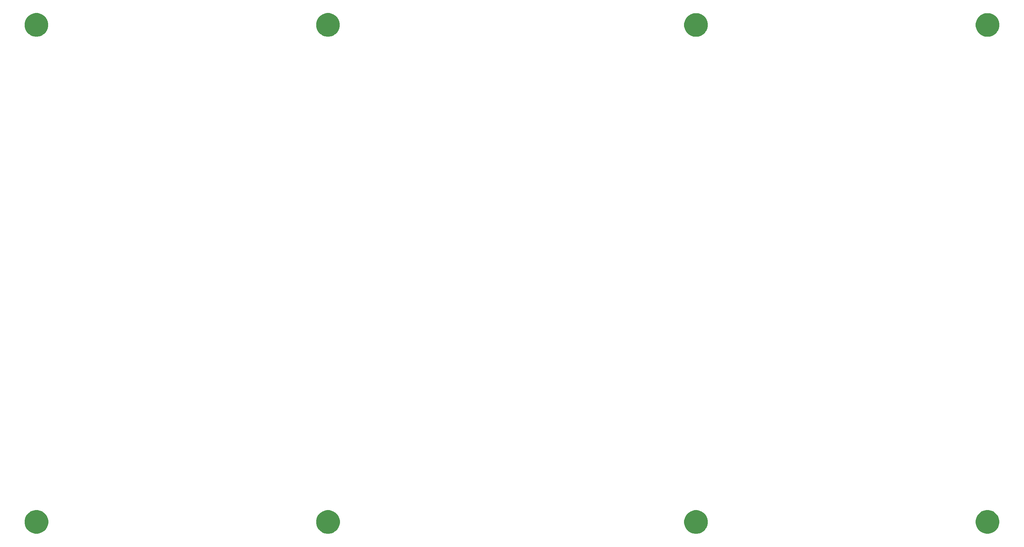
<source format=gbr>
G04 #@! TF.GenerationSoftware,KiCad,Pcbnew,5.1.6*
G04 #@! TF.CreationDate,2020-06-17T15:15:38+02:00*
G04 #@! TF.ProjectId,punk75_plate,70756e6b-3735-45f7-906c-6174652e6b69,rev?*
G04 #@! TF.SameCoordinates,Original*
G04 #@! TF.FileFunction,Soldermask,Bot*
G04 #@! TF.FilePolarity,Negative*
%FSLAX46Y46*%
G04 Gerber Fmt 4.6, Leading zero omitted, Abs format (unit mm)*
G04 Created by KiCad (PCBNEW 5.1.6) date 2020-06-17 15:15:38*
%MOMM*%
%LPD*%
G01*
G04 APERTURE LIST*
%ADD10C,0.100000*%
G04 APERTURE END LIST*
D10*
G36*
X273384239Y-232941467D02*
G01*
X273698282Y-233003934D01*
X274289926Y-233249001D01*
X274716477Y-233534014D01*
X274807425Y-233594783D01*
X274822392Y-233604784D01*
X275275216Y-234057608D01*
X275630999Y-234590074D01*
X275876066Y-235181718D01*
X276001000Y-235809804D01*
X276001000Y-236450196D01*
X275876066Y-237078282D01*
X275630999Y-237669926D01*
X275345986Y-238096477D01*
X275281899Y-238192391D01*
X275275216Y-238202392D01*
X274822392Y-238655216D01*
X274289926Y-239010999D01*
X273698282Y-239256066D01*
X273384239Y-239318533D01*
X273070197Y-239381000D01*
X272429803Y-239381000D01*
X272115761Y-239318533D01*
X271801718Y-239256066D01*
X271210074Y-239010999D01*
X270677608Y-238655216D01*
X270224784Y-238202392D01*
X270218102Y-238192391D01*
X270154014Y-238096477D01*
X269869001Y-237669926D01*
X269623934Y-237078282D01*
X269499000Y-236450196D01*
X269499000Y-235809804D01*
X269623934Y-235181718D01*
X269869001Y-234590074D01*
X270224784Y-234057608D01*
X270677608Y-233604784D01*
X270692576Y-233594783D01*
X270783523Y-233534014D01*
X271210074Y-233249001D01*
X271801718Y-233003934D01*
X272115761Y-232941467D01*
X272429803Y-232879000D01*
X273070197Y-232879000D01*
X273384239Y-232941467D01*
G37*
G36*
X172404239Y-232931467D02*
G01*
X172718282Y-232993934D01*
X173309926Y-233239001D01*
X173736477Y-233524014D01*
X173842391Y-233594783D01*
X174295217Y-234047609D01*
X174365986Y-234153523D01*
X174650999Y-234580074D01*
X174896066Y-235171718D01*
X175021000Y-235799804D01*
X175021000Y-236440196D01*
X174896066Y-237068282D01*
X174650999Y-237659926D01*
X174365986Y-238086477D01*
X174295217Y-238192391D01*
X173842391Y-238645217D01*
X173736477Y-238715986D01*
X173309926Y-239000999D01*
X172718282Y-239246066D01*
X172404239Y-239308533D01*
X172090197Y-239371000D01*
X171449803Y-239371000D01*
X171135761Y-239308533D01*
X170821718Y-239246066D01*
X170230074Y-239000999D01*
X169803523Y-238715986D01*
X169697609Y-238645217D01*
X169244783Y-238192391D01*
X169174014Y-238086477D01*
X168889001Y-237659926D01*
X168643934Y-237068282D01*
X168519000Y-236440196D01*
X168519000Y-235799804D01*
X168643934Y-235171718D01*
X168889001Y-234580074D01*
X169174014Y-234153523D01*
X169244783Y-234047609D01*
X169697609Y-233594783D01*
X169803523Y-233524014D01*
X170230074Y-233239001D01*
X170821718Y-232993934D01*
X171135761Y-232931467D01*
X171449803Y-232869000D01*
X172090197Y-232869000D01*
X172404239Y-232931467D01*
G37*
G36*
X353374239Y-232921467D02*
G01*
X353688282Y-232983934D01*
X354279926Y-233229001D01*
X354706477Y-233514014D01*
X354812391Y-233584783D01*
X355265217Y-234037609D01*
X355335986Y-234143523D01*
X355620999Y-234570074D01*
X355866066Y-235161718D01*
X355991000Y-235789804D01*
X355991000Y-236430196D01*
X355866066Y-237058282D01*
X355620999Y-237649926D01*
X355335986Y-238076477D01*
X355265217Y-238182391D01*
X354812391Y-238635217D01*
X354706477Y-238705986D01*
X354279926Y-238990999D01*
X353688282Y-239236066D01*
X353374239Y-239298533D01*
X353060197Y-239361000D01*
X352419803Y-239361000D01*
X352105761Y-239298533D01*
X351791718Y-239236066D01*
X351200074Y-238990999D01*
X350773523Y-238705986D01*
X350667609Y-238635217D01*
X350214783Y-238182391D01*
X350144014Y-238076477D01*
X349859001Y-237649926D01*
X349613934Y-237058282D01*
X349489000Y-236430196D01*
X349489000Y-235789804D01*
X349613934Y-235161718D01*
X349859001Y-234570074D01*
X350144014Y-234143523D01*
X350214783Y-234037609D01*
X350667609Y-233584783D01*
X350773523Y-233514014D01*
X351200074Y-233229001D01*
X351791718Y-232983934D01*
X352105761Y-232921467D01*
X352419803Y-232859000D01*
X353060197Y-232859000D01*
X353374239Y-232921467D01*
G37*
G36*
X92394239Y-232921467D02*
G01*
X92708282Y-232983934D01*
X93299926Y-233229001D01*
X93726477Y-233514014D01*
X93832391Y-233584783D01*
X94285217Y-234037609D01*
X94355986Y-234143523D01*
X94640999Y-234570074D01*
X94886066Y-235161718D01*
X95011000Y-235789804D01*
X95011000Y-236430196D01*
X94886066Y-237058282D01*
X94640999Y-237649926D01*
X94355986Y-238076477D01*
X94285217Y-238182391D01*
X93832391Y-238635217D01*
X93726477Y-238705986D01*
X93299926Y-238990999D01*
X92708282Y-239236066D01*
X92394239Y-239298533D01*
X92080197Y-239361000D01*
X91439803Y-239361000D01*
X91125761Y-239298533D01*
X90811718Y-239236066D01*
X90220074Y-238990999D01*
X89793523Y-238705986D01*
X89687609Y-238635217D01*
X89234783Y-238182391D01*
X89164014Y-238076477D01*
X88879001Y-237649926D01*
X88633934Y-237058282D01*
X88509000Y-236430196D01*
X88509000Y-235789804D01*
X88633934Y-235161718D01*
X88879001Y-234570074D01*
X89164014Y-234143523D01*
X89234783Y-234037609D01*
X89687609Y-233584783D01*
X89793523Y-233514014D01*
X90220074Y-233229001D01*
X90811718Y-232983934D01*
X91125761Y-232921467D01*
X91439803Y-232859000D01*
X92080197Y-232859000D01*
X92394239Y-232921467D01*
G37*
G36*
X353384239Y-96311467D02*
G01*
X353698282Y-96373934D01*
X354289926Y-96619001D01*
X354716477Y-96904014D01*
X354792459Y-96954783D01*
X354822392Y-96974784D01*
X355275216Y-97427608D01*
X355630999Y-97960074D01*
X355876066Y-98551718D01*
X356001000Y-99179804D01*
X356001000Y-99820196D01*
X355876066Y-100448282D01*
X355630999Y-101039926D01*
X355345986Y-101466477D01*
X355288581Y-101552391D01*
X355275216Y-101572392D01*
X354822392Y-102025216D01*
X354289926Y-102380999D01*
X353698282Y-102626066D01*
X353384239Y-102688533D01*
X353070197Y-102751000D01*
X352429803Y-102751000D01*
X352115761Y-102688533D01*
X351801718Y-102626066D01*
X351210074Y-102380999D01*
X350677608Y-102025216D01*
X350224784Y-101572392D01*
X350211420Y-101552391D01*
X350154014Y-101466477D01*
X349869001Y-101039926D01*
X349623934Y-100448282D01*
X349499000Y-99820196D01*
X349499000Y-99179804D01*
X349623934Y-98551718D01*
X349869001Y-97960074D01*
X350224784Y-97427608D01*
X350677608Y-96974784D01*
X350707542Y-96954783D01*
X350783523Y-96904014D01*
X351210074Y-96619001D01*
X351801718Y-96373934D01*
X352115761Y-96311467D01*
X352429803Y-96249000D01*
X353070197Y-96249000D01*
X353384239Y-96311467D01*
G37*
G36*
X273384239Y-96311467D02*
G01*
X273698282Y-96373934D01*
X274289926Y-96619001D01*
X274716477Y-96904014D01*
X274792459Y-96954783D01*
X274822392Y-96974784D01*
X275275216Y-97427608D01*
X275630999Y-97960074D01*
X275876066Y-98551718D01*
X276001000Y-99179804D01*
X276001000Y-99820196D01*
X275876066Y-100448282D01*
X275630999Y-101039926D01*
X275345986Y-101466477D01*
X275288581Y-101552391D01*
X275275216Y-101572392D01*
X274822392Y-102025216D01*
X274289926Y-102380999D01*
X273698282Y-102626066D01*
X273384239Y-102688533D01*
X273070197Y-102751000D01*
X272429803Y-102751000D01*
X272115761Y-102688533D01*
X271801718Y-102626066D01*
X271210074Y-102380999D01*
X270677608Y-102025216D01*
X270224784Y-101572392D01*
X270211420Y-101552391D01*
X270154014Y-101466477D01*
X269869001Y-101039926D01*
X269623934Y-100448282D01*
X269499000Y-99820196D01*
X269499000Y-99179804D01*
X269623934Y-98551718D01*
X269869001Y-97960074D01*
X270224784Y-97427608D01*
X270677608Y-96974784D01*
X270707542Y-96954783D01*
X270783523Y-96904014D01*
X271210074Y-96619001D01*
X271801718Y-96373934D01*
X272115761Y-96311467D01*
X272429803Y-96249000D01*
X273070197Y-96249000D01*
X273384239Y-96311467D01*
G37*
G36*
X172394239Y-96291467D02*
G01*
X172708282Y-96353934D01*
X173299926Y-96599001D01*
X173726477Y-96884014D01*
X173832391Y-96954783D01*
X174285217Y-97407609D01*
X174355986Y-97513523D01*
X174640999Y-97940074D01*
X174886066Y-98531718D01*
X175011000Y-99159804D01*
X175011000Y-99800196D01*
X174886066Y-100428282D01*
X174640999Y-101019926D01*
X174355986Y-101446477D01*
X174285217Y-101552391D01*
X173832391Y-102005217D01*
X173726477Y-102075986D01*
X173299926Y-102360999D01*
X172708282Y-102606066D01*
X172394239Y-102668533D01*
X172080197Y-102731000D01*
X171439803Y-102731000D01*
X171125761Y-102668533D01*
X170811718Y-102606066D01*
X170220074Y-102360999D01*
X169793523Y-102075986D01*
X169687609Y-102005217D01*
X169234783Y-101552391D01*
X169164014Y-101446477D01*
X168879001Y-101019926D01*
X168633934Y-100428282D01*
X168509000Y-99800196D01*
X168509000Y-99159804D01*
X168633934Y-98531718D01*
X168879001Y-97940074D01*
X169164014Y-97513523D01*
X169234783Y-97407609D01*
X169687609Y-96954783D01*
X169793523Y-96884014D01*
X170220074Y-96599001D01*
X170811718Y-96353934D01*
X171125761Y-96291467D01*
X171439803Y-96229000D01*
X172080197Y-96229000D01*
X172394239Y-96291467D01*
G37*
G36*
X92384239Y-96291467D02*
G01*
X92698282Y-96353934D01*
X93289926Y-96599001D01*
X93716477Y-96884014D01*
X93822391Y-96954783D01*
X94275217Y-97407609D01*
X94345986Y-97513523D01*
X94630999Y-97940074D01*
X94876066Y-98531718D01*
X95001000Y-99159804D01*
X95001000Y-99800196D01*
X94876066Y-100428282D01*
X94630999Y-101019926D01*
X94345986Y-101446477D01*
X94275217Y-101552391D01*
X93822391Y-102005217D01*
X93716477Y-102075986D01*
X93289926Y-102360999D01*
X92698282Y-102606066D01*
X92384239Y-102668533D01*
X92070197Y-102731000D01*
X91429803Y-102731000D01*
X91115761Y-102668533D01*
X90801718Y-102606066D01*
X90210074Y-102360999D01*
X89783523Y-102075986D01*
X89677609Y-102005217D01*
X89224783Y-101552391D01*
X89154014Y-101446477D01*
X88869001Y-101019926D01*
X88623934Y-100428282D01*
X88499000Y-99800196D01*
X88499000Y-99159804D01*
X88623934Y-98531718D01*
X88869001Y-97940074D01*
X89154014Y-97513523D01*
X89224783Y-97407609D01*
X89677609Y-96954783D01*
X89783523Y-96884014D01*
X90210074Y-96599001D01*
X90801718Y-96353934D01*
X91115761Y-96291467D01*
X91429803Y-96229000D01*
X92070197Y-96229000D01*
X92384239Y-96291467D01*
G37*
M02*

</source>
